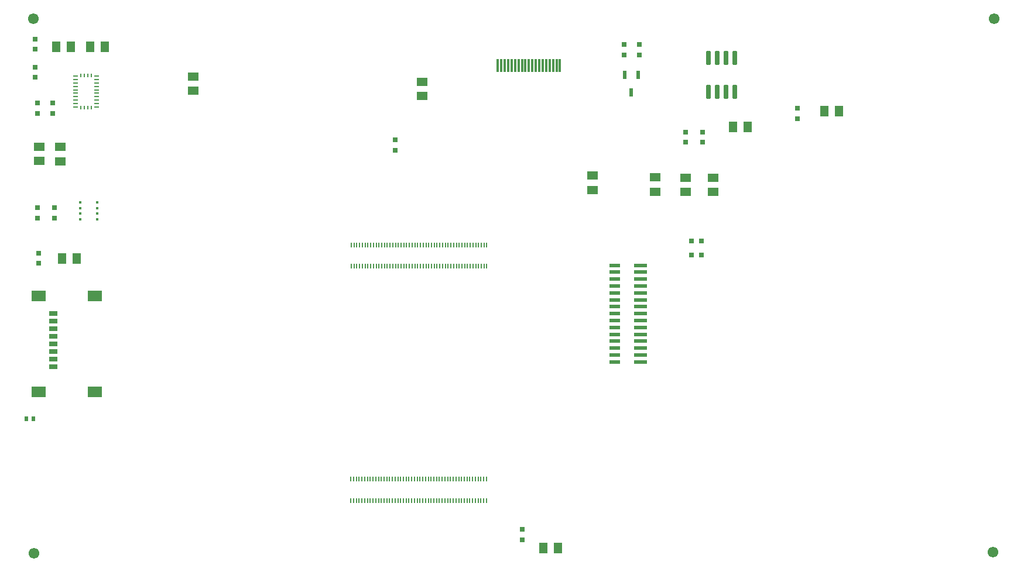
<source format=gtp>
G04*
G04 #@! TF.GenerationSoftware,Altium Limited,Altium Designer,24.2.2 (26)*
G04*
G04 Layer_Color=8421504*
%FSLAX44Y44*%
%MOMM*%
G71*
G04*
G04 #@! TF.SameCoordinates,645CA30E-D4FA-4833-928D-5676ED25105E*
G04*
G04*
G04 #@! TF.FilePolarity,Positive*
G04*
G01*
G75*
%ADD17C,1.5500*%
%ADD18R,0.2000X0.7000*%
%ADD19R,0.8000X0.8000*%
%ADD20R,1.2000X1.5000*%
%ADD21R,0.3000X1.9000*%
%ADD22R,0.8000X0.8000*%
%ADD23R,1.5000X1.2000*%
%ADD24R,1.8500X0.6000*%
%ADD25R,1.6500X0.6000*%
%ADD26R,0.6000X0.7000*%
%ADD27R,0.6000X1.2500*%
%ADD28R,1.2000X0.8000*%
%ADD29R,2.0000X1.5000*%
G04:AMPARAMS|DCode=30|XSize=1.97mm|YSize=0.6mm|CornerRadius=0.075mm|HoleSize=0mm|Usage=FLASHONLY|Rotation=270.000|XOffset=0mm|YOffset=0mm|HoleType=Round|Shape=RoundedRectangle|*
%AMROUNDEDRECTD30*
21,1,1.9700,0.4500,0,0,270.0*
21,1,1.8200,0.6000,0,0,270.0*
1,1,0.1500,-0.2250,-0.9100*
1,1,0.1500,-0.2250,0.9100*
1,1,0.1500,0.2250,0.9100*
1,1,0.1500,0.2250,-0.9100*
%
%ADD30ROUNDEDRECTD30*%
%ADD31R,0.6750X0.2500*%
%ADD32R,0.2500X0.5750*%
%ADD33R,0.4000X0.4000*%
D17*
X1449070Y789940D02*
D03*
X1447800Y17780D02*
D03*
X60960Y16510D02*
D03*
X59690Y789940D02*
D03*
D18*
X519430Y431480D02*
D03*
Y462280D02*
D03*
X523430Y431480D02*
D03*
Y462280D02*
D03*
X527430Y431480D02*
D03*
Y462280D02*
D03*
X531430Y431480D02*
D03*
Y462280D02*
D03*
X535430Y431480D02*
D03*
Y462280D02*
D03*
X539430Y431480D02*
D03*
Y462280D02*
D03*
X543430Y431480D02*
D03*
Y462280D02*
D03*
X547430Y431480D02*
D03*
Y462280D02*
D03*
X551430Y431480D02*
D03*
Y462280D02*
D03*
X555430Y431480D02*
D03*
Y462280D02*
D03*
X559430Y431480D02*
D03*
Y462280D02*
D03*
X563430Y431480D02*
D03*
Y462280D02*
D03*
X567430Y431480D02*
D03*
Y462280D02*
D03*
X571430Y431480D02*
D03*
Y462280D02*
D03*
X575430Y431480D02*
D03*
Y462280D02*
D03*
X579430Y431480D02*
D03*
Y462280D02*
D03*
X583430Y431480D02*
D03*
Y462280D02*
D03*
X587430Y431480D02*
D03*
Y462280D02*
D03*
X591430Y431480D02*
D03*
Y462280D02*
D03*
X595430Y431480D02*
D03*
Y462280D02*
D03*
X599430Y431480D02*
D03*
Y462280D02*
D03*
X603430Y431480D02*
D03*
Y462280D02*
D03*
X607430Y431480D02*
D03*
Y462280D02*
D03*
X611430Y431480D02*
D03*
Y462280D02*
D03*
X615430Y431480D02*
D03*
Y462280D02*
D03*
X619430Y431480D02*
D03*
Y462280D02*
D03*
X623430Y431480D02*
D03*
Y462280D02*
D03*
X627430Y431480D02*
D03*
Y462280D02*
D03*
X631430Y431480D02*
D03*
Y462280D02*
D03*
X635430Y431480D02*
D03*
Y462280D02*
D03*
X639430Y431480D02*
D03*
Y462280D02*
D03*
X643430Y431480D02*
D03*
Y462280D02*
D03*
X647430Y431480D02*
D03*
Y462280D02*
D03*
X651430Y431480D02*
D03*
Y462280D02*
D03*
X655430Y431480D02*
D03*
Y462280D02*
D03*
X659430Y431480D02*
D03*
Y462280D02*
D03*
X663430Y431480D02*
D03*
Y462280D02*
D03*
X667430Y431480D02*
D03*
Y462280D02*
D03*
X671430Y431480D02*
D03*
Y462280D02*
D03*
X675430Y431480D02*
D03*
Y462280D02*
D03*
X679430Y431480D02*
D03*
Y462280D02*
D03*
X683430Y431480D02*
D03*
Y462280D02*
D03*
X687430Y431480D02*
D03*
Y462280D02*
D03*
X691430Y431480D02*
D03*
Y462280D02*
D03*
X695430Y431480D02*
D03*
Y462280D02*
D03*
X699430Y431480D02*
D03*
Y462280D02*
D03*
X703430Y431480D02*
D03*
Y462280D02*
D03*
X707430Y431480D02*
D03*
Y462280D02*
D03*
X711430Y431480D02*
D03*
Y462280D02*
D03*
X715430Y431480D02*
D03*
Y462280D02*
D03*
X518810Y92710D02*
D03*
Y123510D02*
D03*
X522810Y92710D02*
D03*
Y123510D02*
D03*
X526810Y92710D02*
D03*
Y123510D02*
D03*
X530810Y92710D02*
D03*
Y123510D02*
D03*
X534810Y92710D02*
D03*
Y123510D02*
D03*
X538810Y92710D02*
D03*
Y123510D02*
D03*
X542810Y92710D02*
D03*
Y123510D02*
D03*
X546810Y92710D02*
D03*
Y123510D02*
D03*
X550810Y92710D02*
D03*
Y123510D02*
D03*
X554810Y92710D02*
D03*
Y123510D02*
D03*
X558810Y92710D02*
D03*
Y123510D02*
D03*
X562810Y92710D02*
D03*
Y123510D02*
D03*
X566810Y92710D02*
D03*
Y123510D02*
D03*
X570810Y92710D02*
D03*
Y123510D02*
D03*
X574810Y92710D02*
D03*
Y123510D02*
D03*
X578810Y92710D02*
D03*
Y123510D02*
D03*
X582810Y92710D02*
D03*
Y123510D02*
D03*
X586810Y92710D02*
D03*
Y123510D02*
D03*
X590810Y92710D02*
D03*
Y123510D02*
D03*
X594810Y92710D02*
D03*
Y123510D02*
D03*
X598810Y92710D02*
D03*
Y123510D02*
D03*
X602810Y92710D02*
D03*
Y123510D02*
D03*
X606810Y92710D02*
D03*
Y123510D02*
D03*
X610810Y92710D02*
D03*
Y123510D02*
D03*
X614810Y92710D02*
D03*
Y123510D02*
D03*
X618810Y92710D02*
D03*
Y123510D02*
D03*
X622810Y92710D02*
D03*
Y123510D02*
D03*
X626810Y92710D02*
D03*
Y123510D02*
D03*
X630810Y92710D02*
D03*
Y123510D02*
D03*
X634810Y92710D02*
D03*
Y123510D02*
D03*
X638810Y92710D02*
D03*
Y123510D02*
D03*
X642810Y92710D02*
D03*
Y123510D02*
D03*
X646810Y92710D02*
D03*
Y123510D02*
D03*
X650810Y92710D02*
D03*
Y123510D02*
D03*
X654810Y92710D02*
D03*
Y123510D02*
D03*
X658810Y92710D02*
D03*
Y123510D02*
D03*
X662810Y92710D02*
D03*
Y123510D02*
D03*
X666810Y92710D02*
D03*
Y123510D02*
D03*
X670810Y92710D02*
D03*
Y123510D02*
D03*
X674810Y92710D02*
D03*
Y123510D02*
D03*
X678810Y92710D02*
D03*
Y123510D02*
D03*
X682810Y92710D02*
D03*
Y123510D02*
D03*
X686810Y92710D02*
D03*
Y123510D02*
D03*
X690810Y92710D02*
D03*
Y123510D02*
D03*
X694810Y92710D02*
D03*
Y123510D02*
D03*
X698810Y92710D02*
D03*
Y123510D02*
D03*
X702810Y92710D02*
D03*
Y123510D02*
D03*
X706810Y92710D02*
D03*
Y123510D02*
D03*
X710810Y92710D02*
D03*
Y123510D02*
D03*
X714810Y92710D02*
D03*
Y123510D02*
D03*
D19*
X767080Y35680D02*
D03*
Y50680D02*
D03*
X1011040Y448310D02*
D03*
X1026040D02*
D03*
X1011160Y468630D02*
D03*
X1026160D02*
D03*
X1164590Y660280D02*
D03*
Y645280D02*
D03*
X62230Y760610D02*
D03*
Y745610D02*
D03*
X67310Y435730D02*
D03*
Y450730D02*
D03*
D20*
X797220Y24130D02*
D03*
X818220D02*
D03*
X1224620Y656590D02*
D03*
X1203620D02*
D03*
X122260Y443230D02*
D03*
X101260D02*
D03*
X92710Y749300D02*
D03*
X113710D02*
D03*
X1071540Y633730D02*
D03*
X1092540D02*
D03*
X162900Y749300D02*
D03*
X141900D02*
D03*
D21*
X731250Y722550D02*
D03*
X736250D02*
D03*
X741250D02*
D03*
X746250D02*
D03*
X751250D02*
D03*
X756250D02*
D03*
X761250D02*
D03*
X766250D02*
D03*
X771250D02*
D03*
X781250D02*
D03*
X791250D02*
D03*
X796250D02*
D03*
X801250D02*
D03*
X806250D02*
D03*
X811250D02*
D03*
X816250D02*
D03*
X821250D02*
D03*
X786250D02*
D03*
X776250D02*
D03*
D22*
X90170Y516650D02*
D03*
Y501650D02*
D03*
X66040Y516650D02*
D03*
Y501650D02*
D03*
X935990Y737870D02*
D03*
Y752870D02*
D03*
X914400Y737870D02*
D03*
Y752870D02*
D03*
X1027430Y610990D02*
D03*
Y625990D02*
D03*
X1003300Y610990D02*
D03*
Y625990D02*
D03*
X66040Y652900D02*
D03*
Y667900D02*
D03*
X62230Y719970D02*
D03*
Y704970D02*
D03*
X87630Y652900D02*
D03*
Y667900D02*
D03*
X582930Y614560D02*
D03*
Y599560D02*
D03*
D23*
X1042670Y560070D02*
D03*
Y539070D02*
D03*
X1003300Y560070D02*
D03*
Y539070D02*
D03*
X99060Y604520D02*
D03*
Y583520D02*
D03*
X290830Y706460D02*
D03*
Y685460D02*
D03*
X622300Y677840D02*
D03*
Y698840D02*
D03*
X958850Y539410D02*
D03*
Y560410D02*
D03*
X868680Y541950D02*
D03*
Y562950D02*
D03*
X68580Y604860D02*
D03*
Y583860D02*
D03*
D24*
X937930Y293070D02*
D03*
Y303070D02*
D03*
Y313070D02*
D03*
Y323070D02*
D03*
Y333070D02*
D03*
Y343070D02*
D03*
Y353070D02*
D03*
Y363070D02*
D03*
Y373070D02*
D03*
Y383070D02*
D03*
Y393070D02*
D03*
Y403070D02*
D03*
Y413070D02*
D03*
Y423070D02*
D03*
Y433070D02*
D03*
D25*
X900430Y293070D02*
D03*
Y323070D02*
D03*
Y353070D02*
D03*
Y363070D02*
D03*
Y373070D02*
D03*
Y383070D02*
D03*
Y393070D02*
D03*
Y403070D02*
D03*
Y413070D02*
D03*
Y423070D02*
D03*
Y433070D02*
D03*
Y313070D02*
D03*
Y303070D02*
D03*
Y343070D02*
D03*
Y333070D02*
D03*
D26*
X59690Y210820D02*
D03*
X49690D02*
D03*
D27*
X934080Y708460D02*
D03*
X915040D02*
D03*
X924560Y683460D02*
D03*
D28*
X88900Y286630D02*
D03*
Y297630D02*
D03*
Y308630D02*
D03*
Y319630D02*
D03*
Y330630D02*
D03*
Y341630D02*
D03*
Y352630D02*
D03*
Y363630D02*
D03*
D29*
X66900Y388330D02*
D03*
X148900D02*
D03*
Y249430D02*
D03*
X66900D02*
D03*
D30*
X1074420Y733360D02*
D03*
X1061720D02*
D03*
X1049020D02*
D03*
X1036320D02*
D03*
Y683960D02*
D03*
X1049020D02*
D03*
X1061720D02*
D03*
X1074420D02*
D03*
D31*
X151520Y702030D02*
D03*
Y697030D02*
D03*
Y692030D02*
D03*
Y687030D02*
D03*
Y682030D02*
D03*
Y677030D02*
D03*
Y672030D02*
D03*
Y667030D02*
D03*
Y662030D02*
D03*
X120260D02*
D03*
Y667030D02*
D03*
Y672030D02*
D03*
Y677030D02*
D03*
Y682030D02*
D03*
Y687030D02*
D03*
Y692030D02*
D03*
Y697030D02*
D03*
Y702030D02*
D03*
Y707030D02*
D03*
X151520D02*
D03*
D32*
X143390Y661400D02*
D03*
X138390D02*
D03*
X133390D02*
D03*
X128390D02*
D03*
Y707660D02*
D03*
X133390D02*
D03*
X138390D02*
D03*
X143390D02*
D03*
D33*
X151700Y499810D02*
D03*
Y507810D02*
D03*
Y515810D02*
D03*
Y523810D02*
D03*
X127700D02*
D03*
Y515810D02*
D03*
Y507810D02*
D03*
Y499810D02*
D03*
M02*

</source>
